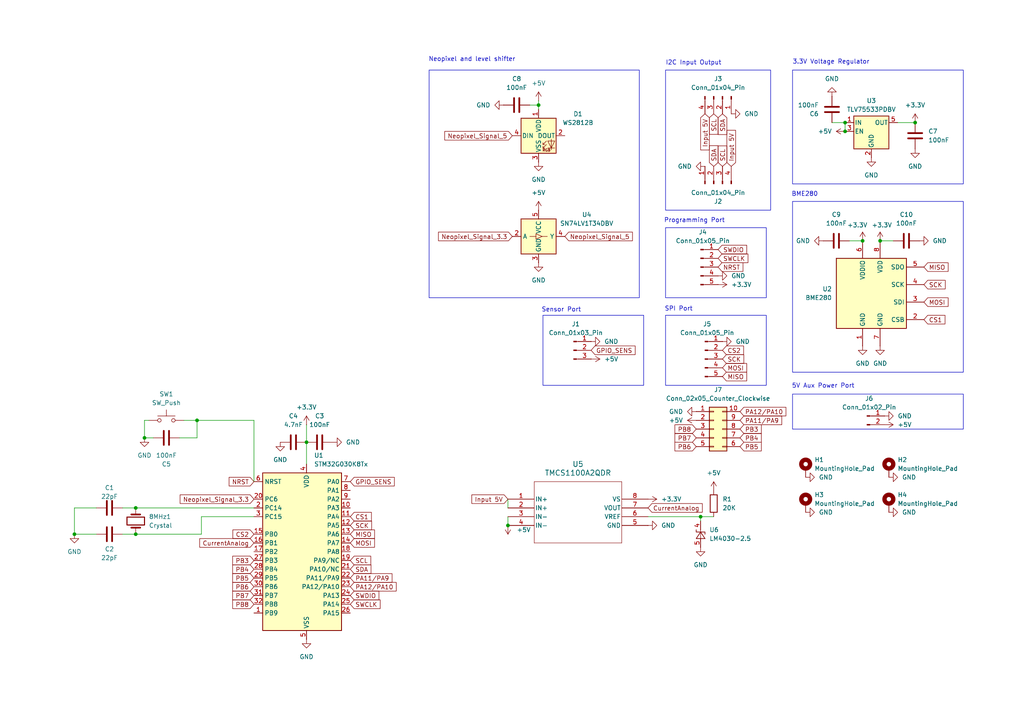
<source format=kicad_sch>
(kicad_sch (version 20250114) (generator "eeschema") (generator_version "9.0")
  (paper "A4")
  (lib_symbols
    (symbol "2024-10-24_21-10-15:TMCS1100A2QDR" (pin_names (offset 0.254))
      (property "Reference" "U" (at 20.32 10.16 0))
      (property "Value" "TMCS1100A2QDR" (at 20.32 7.62 0))
      (symbol "TMCS1100A2QDR_0_1"
        (polyline (pts (xy 7.62 5.08) (xy 7.62 -12.7)) (stroke (width 0.127)))
        (polyline (pts (xy 7.62 -12.7) (xy 33.02 -12.7)) (stroke (width 0.127)))
        (polyline (pts (xy 33.02 5.08) (xy 7.62 5.08)) (stroke (width 0.127)))
        (polyline (pts (xy 33.02 -12.7) (xy 33.02 5.08)) (stroke (width 0.127)))
        (pin input line (at 0 0 0) (length 7.62) (name "IN+") (number "1"))
        (pin input line (at 0 -2.54 0) (length 7.62) (name "IN+") (number "2"))
        (pin input line (at 0 -5.08 0) (length 7.62) (name "IN-") (number "3"))
        (pin input line (at 0 -7.62 0) (length 7.62) (name "IN-") (number "4"))
        (pin power_in line (at 40.64 0 180) (length 7.62) (name "VS") (number "8"))
        (pin output line (at 40.64 -2.54 180) (length 7.62) (name "VOUT") (number "7"))
        (pin power_in line (at 40.64 -5.08 180) (length 7.62) (name "VREF") (number "6"))
        (pin power_out line (at 40.64 -7.62 180) (length 7.62) (name "GND") (number "5"))
      )
    )
    (symbol "Connector:Conn_01x02_Pin" (pin_names (offset 1.016) (hide yes))
      (property "Reference" "J" (at 0 2.54 0))
      (property "Value" "Conn_01x02_Pin" (at 0 -5.08 0))
      (symbol "Conn_01x02_Pin_1_1"
        (rectangle (start 0.8636 0.127) (end 0 -0.127) (stroke (width 0.1524)) (fill (type outline)))
        (rectangle (start 0.8636 -2.413) (end 0 -2.667) (stroke (width 0.1524)) (fill (type outline)))
        (polyline (pts (xy 1.27 0) (xy 0.8636 0)) (stroke (width 0.1524)))
        (polyline (pts (xy 1.27 -2.54) (xy 0.8636 -2.54)) (stroke (width 0.1524)))
        (pin passive line (at 5.08 0 180) (length 3.81) (name "Pin_1") (number "1"))
        (pin passive line (at 5.08 -2.54 180) (length 3.81) (name "Pin_2") (number "2"))
      )
    )
    (symbol "Connector:Conn_01x03_Pin" (pin_names (offset 1.016) (hide yes))
      (property "Reference" "J" (at 0 5.08 0))
      (property "Value" "Conn_01x03_Pin" (at 0 -5.08 0))
      (symbol "Conn_01x03_Pin_1_1"
        (rectangle (start 0.8636 2.667) (end 0 2.413) (stroke (width 0.1524)) (fill (type outline)))
        (rectangle (start 0.8636 0.127) (end 0 -0.127) (stroke (width 0.1524)) (fill (type outline)))
        (rectangle (start 0.8636 -2.413) (end 0 -2.667) (stroke (width 0.1524)) (fill (type outline)))
        (polyline (pts (xy 1.27 2.54) (xy 0.8636 2.54)) (stroke (width 0.1524)))
        (polyline (pts (xy 1.27 0) (xy 0.8636 0)) (stroke (width 0.1524)))
        (polyline (pts (xy 1.27 -2.54) (xy 0.8636 -2.54)) (stroke (width 0.1524)))
        (pin passive line (at 5.08 2.54 180) (length 3.81) (name "Pin_1") (number "1"))
        (pin passive line (at 5.08 0 180) (length 3.81) (name "Pin_2") (number "2"))
        (pin passive line (at 5.08 -2.54 180) (length 3.81) (name "Pin_3") (number "3"))
      )
    )
    (symbol "Connector:Conn_01x04_Pin" (pin_names (offset 1.016) (hide yes))
      (property "Reference" "J" (at 0 5.08 0))
      (property "Value" "Conn_01x04_Pin" (at 0 -7.62 0))
      (symbol "Conn_01x04_Pin_1_1"
        (rectangle (start 0.8636 2.667) (end 0 2.413) (stroke (width 0.1524)) (fill (type outline)))
        (rectangle (start 0.8636 0.127) (end 0 -0.127) (stroke (width 0.1524)) (fill (type outline)))
        (rectangle (start 0.8636 -2.413) (end 0 -2.667) (stroke (width 0.1524)) (fill (type outline)))
        (rectangle (start 0.8636 -4.953) (end 0 -5.207) (stroke (width 0.1524)) (fill (type outline)))
        (polyline (pts (xy 1.27 2.54) (xy 0.8636 2.54)) (stroke (width 0.1524)))
        (polyline (pts (xy 1.27 0) (xy 0.8636 0)) (stroke (width 0.1524)))
        (polyline (pts (xy 1.27 -2.54) (xy 0.8636 -2.54)) (stroke (width 0.1524)))
        (polyline (pts (xy 1.27 -5.08) (xy 0.8636 -5.08)) (stroke (width 0.1524)))
        (pin passive line (at 5.08 2.54 180) (length 3.81) (name "Pin_1") (number "1"))
        (pin passive line (at 5.08 0 180) (length 3.81) (name "Pin_2") (number "2"))
        (pin passive line (at 5.08 -2.54 180) (length 3.81) (name "Pin_3") (number "3"))
        (pin passive line (at 5.08 -5.08 180) (length 3.81) (name "Pin_4") (number "4"))
      )
    )
    (symbol "Connector:Conn_01x05_Pin" (pin_names (offset 1.016) (hide yes))
      (property "Reference" "J" (at 0 7.62 0))
      (property "Value" "Conn_01x05_Pin" (at 0 -7.62 0))
      (symbol "Conn_01x05_Pin_1_1"
        (rectangle (start 0.8636 5.207) (end 0 4.953) (stroke (width 0.1524)) (fill (type outline)))
        (rectangle (start 0.8636 2.667) (end 0 2.413) (stroke (width 0.1524)) (fill (type outline)))
        (rectangle (start 0.8636 0.127) (end 0 -0.127) (stroke (width 0.1524)) (fill (type outline)))
        (rectangle (start 0.8636 -2.413) (end 0 -2.667) (stroke (width 0.1524)) (fill (type outline)))
        (rectangle (start 0.8636 -4.953) (end 0 -5.207) (stroke (width 0.1524)) (fill (type outline)))
        (polyline (pts (xy 1.27 5.08) (xy 0.8636 5.08)) (stroke (width 0.1524)))
        (polyline (pts (xy 1.27 2.54) (xy 0.8636 2.54)) (stroke (width 0.1524)))
        (polyline (pts (xy 1.27 0) (xy 0.8636 0)) (stroke (width 0.1524)))
        (polyline (pts (xy 1.27 -2.54) (xy 0.8636 -2.54)) (stroke (width 0.1524)))
        (polyline (pts (xy 1.27 -5.08) (xy 0.8636 -5.08)) (stroke (width 0.1524)))
        (pin passive line (at 5.08 5.08 180) (length 3.81) (name "Pin_1") (number "1"))
        (pin passive line (at 5.08 2.54 180) (length 3.81) (name "Pin_2") (number "2"))
        (pin passive line (at 5.08 0 180) (length 3.81) (name "Pin_3") (number "3"))
        (pin passive line (at 5.08 -2.54 180) (length 3.81) (name "Pin_4") (number "4"))
        (pin passive line (at 5.08 -5.08 180) (length 3.81) (name "Pin_5") (number "5"))
      )
    )
    (symbol "Connector_Generic:Conn_02x05_Counter_Clockwise" (pin_names (offset 1.016) (hide yes))
      (property "Reference" "J" (at 1.27 7.62 0))
      (property "Value" "Conn_02x05_Counter_Clockwise" (at 1.27 -7.62 0))
      (symbol "Conn_02x05_Counter_Clockwise_1_1"
        (rectangle (start -1.27 6.35) (end 3.81 -6.35) (stroke (width 0.254)) (fill (type background)))
        (rectangle (start -1.27 5.207) (end 0 4.953) (stroke (width 0.1524)))
        (rectangle (start -1.27 2.667) (end 0 2.413) (stroke (width 0.1524)))
        (rectangle (start -1.27 0.127) (end 0 -0.127) (stroke (width 0.1524)))
        (rectangle (start -1.27 -2.413) (end 0 -2.667) (stroke (width 0.1524)))
        (rectangle (start -1.27 -4.953) (end 0 -5.207) (stroke (width 0.1524)))
        (rectangle (start 3.81 5.207) (end 2.54 4.953) (stroke (width 0.1524)))
        (rectangle (start 3.81 2.667) (end 2.54 2.413) (stroke (width 0.1524)))
        (rectangle (start 3.81 0.127) (end 2.54 -0.127) (stroke (width 0.1524)))
        (rectangle (start 3.81 -2.413) (end 2.54 -2.667) (stroke (width 0.1524)))
        (rectangle (start 3.81 -4.953) (end 2.54 -5.207) (stroke (width 0.1524)))
        (pin passive line (at -5.08 5.08 0) (length 3.81) (name "Pin_1") (number "1"))
        (pin passive line (at -5.08 2.54 0) (length 3.81) (name "Pin_2") (number "2"))
        (pin passive line (at -5.08 0 0) (length 3.81) (name "Pin_3") (number "3"))
        (pin passive line (at -5.08 -2.54 0) (length 3.81) (name "Pin_4") (number "4"))
        (pin passive line (at -5.08 -5.08 0) (length 3.81) (name "Pin_5") (number "5"))
        (pin passive line (at 7.62 5.08 180) (length 3.81) (name "Pin_10") (number "10"))
        (pin passive line (at 7.62 2.54 180) (length 3.81) (name "Pin_9") (number "9"))
        (pin passive line (at 7.62 0 180) (length 3.81) (name "Pin_8") (number "8"))
        (pin passive line (at 7.62 -2.54 180) (length 3.81) (name "Pin_7") (number "7"))
        (pin passive line (at 7.62 -5.08 180) (length 3.81) (name "Pin_6") (number "6"))
      )
    )
    (symbol "Device:C" (pin_numbers (hide yes)) (pin_names (offset 0.254))
      (property "Reference" "C" (at 0.635 2.54 0))
      (property "Value" "C" (at 0.635 -2.54 0))
      (symbol "C_0_1"
        (polyline (pts (xy -2.032 0.762) (xy 2.032 0.762)) (stroke (width 0.508)))
        (polyline (pts (xy -2.032 -0.762) (xy 2.032 -0.762)) (stroke (width 0.508)))
      )
      (symbol "C_1_1"
        (pin passive line (at 0 3.81 270) (length 2.794) (name "~") (number "1"))
        (pin passive line (at 0 -3.81 90) (length 2.794) (name "~") (number "2"))
      )
    )
    (symbol "Device:Crystal" (pin_numbers (hide yes)) (pin_names (offset 1.016) (hide yes))
      (property "Reference" "Y" (at 0 3.81 0))
      (property "Value" "Crystal" (at 0 -3.81 0))
      (symbol "Crystal_0_1"
        (polyline (pts (xy -2.54 0) (xy -1.905 0)))
        (polyline (pts (xy -1.905 -1.27) (xy -1.905 1.27)) (stroke (width 0.508)))
        (rectangle (start -1.143 2.54) (end 1.143 -2.54) (stroke (width 0.3048)))
        (polyline (pts (xy 1.905 -1.27) (xy 1.905 1.27)) (stroke (width 0.508)))
        (polyline (pts (xy 2.54 0) (xy 1.905 0)))
      )
      (symbol "Crystal_1_1"
        (pin passive line (at -3.81 0 0) (length 1.27) (name "1") (number "1"))
        (pin passive line (at 3.81 0 180) (length 1.27) (name "2") (number "2"))
      )
    )
    (symbol "Device:R" (pin_numbers (hide yes)) (pin_names (offset 0))
      (property "Reference" "R" (at 2.032 0 90))
      (property "Value" "R" (at 0 0 90))
      (symbol "R_0_1"
        (rectangle (start -1.016 -2.54) (end 1.016 2.54) (stroke (width 0.254)))
      )
      (symbol "R_1_1"
        (pin passive line (at 0 3.81 270) (length 1.27) (name "~") (number "1"))
        (pin passive line (at 0 -3.81 90) (length 1.27) (name "~") (number "2"))
      )
    )
    (symbol "LED:WS2812B" (pin_names (offset 0.254))
      (property "Reference" "D" (at 5.08 5.715 0))
      (property "Value" "WS2812B" (at 1.27 -5.715 0))
      (symbol "WS2812B_0_0"
        (text "RGB" (at 2.286 -4.191 0) (effects (font (size 0.762 0.762))))
      )
      (symbol "WS2812B_0_1"
        (polyline (pts (xy 1.27 -2.54) (xy 1.778 -2.54)))
        (polyline (pts (xy 1.27 -3.556) (xy 1.778 -3.556)))
        (polyline (pts (xy 2.286 -1.524) (xy 1.27 -2.54) (xy 1.27 -2.032)))
        (polyline (pts (xy 2.286 -2.54) (xy 1.27 -3.556) (xy 1.27 -3.048)))
        (polyline (pts (xy 3.683 -1.016) (xy 3.683 -3.556) (xy 3.683 -4.064)))
        (polyline (pts (xy 4.699 -1.524) (xy 2.667 -1.524) (xy 3.683 -3.556) (xy 4.699 -1.524)))
        (polyline (pts (xy 4.699 -3.556) (xy 2.667 -3.556)))
        (rectangle (start 5.08 5.08) (end -5.08 -5.08) (stroke (width 0.254)) (fill (type background)))
      )
      (symbol "WS2812B_1_1"
        (pin input line (at -7.62 0 0) (length 2.54) (name "DIN") (number "4"))
        (pin power_in line (at 0 7.62 270) (length 2.54) (name "VDD") (number "1"))
        (pin power_in line (at 0 -7.62 90) (length 2.54) (name "VSS") (number "3"))
        (pin output line (at 7.62 0 180) (length 2.54) (name "DOUT") (number "2"))
      )
    )
    (symbol "Logic_LevelTranslator:SN74LV1T34DBV"
      (property "Reference" "U" (at 5.08 6.35 0))
      (property "Value" "SN74LV1T34DBV" (at 5.08 3.81 0))
      (symbol "SN74LV1T34DBV_0_1"
        (rectangle (start -5.08 5.08) (end 5.08 -5.08) (stroke (width 0.254)) (fill (type background)))
        (polyline (pts (xy -0.762 0) (xy -2.54 0)))
        (polyline (pts (xy 1.016 0) (xy 2.54 0)))
      )
      (symbol "SN74LV1T34DBV_1_1"
        (polyline (pts (xy -0.762 -0.762) (xy -0.762 0.762) (xy 1.016 0) (xy -0.762 -0.762)))
        (pin input line (at -7.62 0 0) (length 2.54) (name "A") (number "2"))
        (pin no_connect line (at -5.08 2.54 0) (length 2.54) (hide yes) (name "NC") (number "1"))
        (pin power_in line (at 0 7.62 270) (length 2.54) (name "VCC") (number "5"))
        (pin power_in line (at 0 -7.62 90) (length 2.54) (name "GND") (number "3"))
        (pin output line (at 7.62 0 180) (length 2.54) (name "Y") (number "4"))
      )
    )
    (symbol "MCU_ST_STM32G0:STM32G030K8Tx"
      (property "Reference" "U" (at -10.16 24.13 0))
      (property "Value" "STM32G030K8Tx" (at 5.08 24.13 0))
      (symbol "STM32G030K8Tx_0_1"
        (rectangle (start -10.16 -22.86) (end 12.7 22.86) (stroke (width 0.254)) (fill (type background)))
      )
      (symbol "STM32G030K8Tx_1_1"
        (pin input line (at -12.7 20.32 0) (length 2.54) (name "NRST") (number "6"))
        (pin bidirectional line (at -12.7 15.24 0) (length 2.54) (name "PC6") (number "20"))
        (pin bidirectional line (at -12.7 12.7 0) (length 2.54) (name "PC14") (number "2"))
        (pin bidirectional line (at -12.7 10.16 0) (length 2.54) (name "PC15") (number "3"))
        (pin bidirectional line (at -12.7 5.08 0) (length 2.54) (name "PB0") (number "15"))
        (pin bidirectional line (at -12.7 2.54 0) (length 2.54) (name "PB1") (number "16"))
        (pin bidirectional line (at -12.7 0 0) (length 2.54) (name "PB2") (number "17"))
        (pin bidirectional line (at -12.7 -2.54 0) (length 2.54) (name "PB3") (number "27"))
        (pin bidirectional line (at -12.7 -5.08 0) (length 2.54) (name "PB4") (number "28"))
        (pin bidirectional line (at -12.7 -7.62 0) (length 2.54) (name "PB5") (number "29"))
        (pin bidirectional line (at -12.7 -10.16 0) (length 2.54) (name "PB6") (number "30"))
        (pin bidirectional line (at -12.7 -12.7 0) (length 2.54) (name "PB7") (number "31"))
        (pin bidirectional line (at -12.7 -15.24 0) (length 2.54) (name "PB8") (number "32"))
        (pin bidirectional line (at -12.7 -17.78 0) (length 2.54) (name "PB9") (number "1"))
        (pin power_in line (at 2.54 25.4 270) (length 2.54) (name "VDD") (number "4"))
        (pin power_in line (at 2.54 -25.4 90) (length 2.54) (name "VSS") (number "5"))
        (pin bidirectional line (at 15.24 20.32 180) (length 2.54) (name "PA0") (number "7"))
        (pin bidirectional line (at 15.24 17.78 180) (length 2.54) (name "PA1") (number "8"))
        (pin bidirectional line (at 15.24 15.24 180) (length 2.54) (name "PA2") (number "9"))
        (pin bidirectional line (at 15.24 12.7 180) (length 2.54) (name "PA3") (number "10"))
        (pin bidirectional line (at 15.24 10.16 180) (length 2.54) (name "PA4") (number "11"))
        (pin bidirectional line (at 15.24 7.62 180) (length 2.54) (name "PA5") (number "12"))
        (pin bidirectional line (at 15.24 5.08 180) (length 2.54) (name "PA6") (number "13"))
        (pin bidirectional line (at 15.24 2.54 180) (length 2.54) (name "PA7") (number "14"))
        (pin bidirectional line (at 15.24 0 180) (length 2.54) (name "PA8") (number "18"))
        (pin bidirectional line (at 15.24 -2.54 180) (length 2.54) (name "PA9/NC") (number "19"))
        (pin bidirectional line (at 15.24 -5.08 180) (length 2.54) (name "PA10/NC") (number "21"))
        (pin bidirectional line (at 15.24 -7.62 180) (length 2.54) (name "PA11/PA9") (number "22"))
        (pin bidirectional line (at 15.24 -10.16 180) (length 2.54) (name "PA12/PA10") (number "23"))
        (pin bidirectional line (at 15.24 -12.7 180) (length 2.54) (name "PA13") (number "24"))
        (pin bidirectional line (at 15.24 -15.24 180) (length 2.54) (name "PA14") (number "25"))
        (pin bidirectional line (at 15.24 -17.78 180) (length 2.54) (name "PA15") (number "26"))
      )
    )
    (symbol "Mechanical:MountingHole_Pad" (pin_numbers (hide yes)) (pin_names (offset 1.016) (hide yes)) (exclude_from_sim yes) (in_bom no)
      (property "Reference" "H" (at 0 6.35 0))
      (property "Value" "MountingHole_Pad" (at 0 4.445 0))
      (symbol "MountingHole_Pad_0_1"
        (circle (center 0 1.27) (radius 1.27) (stroke (width 1.27)))
      )
      (symbol "MountingHole_Pad_1_1"
        (pin input line (at 0 -2.54 90) (length 2.54) (name "1") (number "1"))
      )
    )
    (symbol "Reference_Voltage:LM4030-2.5" (pin_names (offset 0.0254) (hide yes))
      (property "Reference" "U" (at 0 2.54 0))
      (property "Value" "LM4030-2.5" (at 0 -3.175 0))
      (symbol "LM4030-2.5_0_1"
        (polyline (pts (xy -1.27 0) (xy 0 0) (xy 1.27 0)))
        (polyline (pts (xy -1.27 -1.27) (xy 0.635 0) (xy -1.27 1.27) (xy -1.27 -1.27)) (stroke (width 0.2032)))
        (polyline (pts (xy 0 -1.27) (xy 0.635 -1.27) (xy 0.635 1.27) (xy 1.27 1.27)) (stroke (width 0.2032)))
      )
      (symbol "LM4030-2.5_1_1"
        (pin passive line (at -3.81 0 0) (length 2.54) (name "A") (number "5"))
        (pin passive line (at 3.81 0 180) (length 2.54) (name "K") (number "4"))
      )
    )
    (symbol "Regulator_Linear:TLV75533PDBV" (pin_names (offset 0.254))
      (property "Reference" "U" (at -3.81 5.715 0))
      (property "Value" "TLV75533PDBV" (at 0 5.715 0))
      (symbol "TLV75533PDBV_0_1"
        (rectangle (start -5.08 4.445) (end 5.08 -5.08) (stroke (width 0.254)) (fill (type background)))
      )
      (symbol "TLV75533PDBV_1_1"
        (pin power_in line (at -7.62 2.54 0) (length 2.54) (name "IN") (number "1"))
        (pin input line (at -7.62 0 0) (length 2.54) (name "EN") (number "3"))
        (pin power_in line (at 0 -7.62 90) (length 2.54) (name "GND") (number "2"))
        (pin no_connect line (at 5.08 0 180) (length 2.54) (hide yes) (name "NC") (number "4"))
        (pin power_out line (at 7.62 2.54 180) (length 2.54) (name "OUT") (number "5"))
      )
    )
    (symbol "Sensor:BME280"
      (property "Reference" "U" (at -8.89 11.43 0))
      (property "Value" "BME280" (at 7.62 11.43 0))
      (symbol "BME280_0_1"
        (rectangle (start -10.16 10.16) (end 10.16 -10.16) (stroke (width 0.254)) (fill (type background)))
      )
      (symbol "BME280_1_1"
        (pin power_in line (at -2.54 15.24 270) (length 5.08) (name "VDDIO") (number "6"))
        (pin power_in line (at -2.54 -15.24 90) (length 5.08) (name "GND") (number "1"))
        (pin power_in line (at 2.54 15.24 270) (length 5.08) (name "VDD") (number "8"))
        (pin power_in line (at 2.54 -15.24 90) (length 5.08) (name "GND") (number "7"))
        (pin bidirectional line (at 15.24 7.62 180) (length 5.08) (name "SDO") (number "5"))
        (pin input line (at 15.24 2.54 180) (length 5.08) (name "SCK") (number "4"))
        (pin bidirectional line (at 15.24 -2.54 180) (length 5.08) (name "SDI") (number "3"))
        (pin input line (at 15.24 -7.62 180) (length 5.08) (name "CSB") (number "2"))
      )
    )
    (symbol "Switch:SW_Push" (pin_numbers (hide yes)) (pin_names (offset 1.016) (hide yes))
      (property "Reference" "SW" (at 1.27 2.54 0))
      (property "Value" "SW_Push" (at 0 -1.524 0))
      (symbol "SW_Push_0_1"
        (circle (center -2.032 0) (radius 0.508))
        (polyline (pts (xy 0 1.27) (xy 0 3.048)))
        (circle (center 2.032 0) (radius 0.508))
        (polyline (pts (xy 2.54 1.27) (xy -2.54 1.27)))
        (pin passive line (at -5.08 0 0) (length 2.54) (name "1") (number "1"))
        (pin passive line (at 5.08 0 180) (length 2.54) (name "2") (number "2"))
      )
    )
    (symbol "power:+3.3V" (power) (pin_numbers (hide yes)) (pin_names (offset 0) (hide yes))
      (property "Value" "+3.3V" (at 0 3.556 0))
      (symbol "+3.3V_0_1"
        (polyline (pts (xy -0.762 1.27) (xy 0 2.54)))
        (polyline (pts (xy 0 2.54) (xy 0.762 1.27)))
        (polyline (pts (xy 0 0) (xy 0 2.54)))
      )
      (symbol "+3.3V_1_1"
        (pin power_in line (at 0 0 90) (length 0) (name "~") (number "1"))
      )
    )
    (symbol "power:+5V" (power) (pin_numbers (hide yes)) (pin_names (offset 0) (hide yes))
      (property "Value" "+5V" (at 0 3.556 0))
      (symbol "+5V_0_1"
        (polyline (pts (xy -0.762 1.27) (xy 0 2.54)))
        (polyline (pts (xy 0 2.54) (xy 0.762 1.27)))
        (polyline (pts (xy 0 0) (xy 0 2.54)))
      )
      (symbol "+5V_1_1"
        (pin power_in line (at 0 0 90) (length 0) (name "~") (number "1"))
      )
    )
    (symbol "power:GND" (power) (pin_numbers (hide yes)) (pin_names (offset 0) (hide yes))
      (property "Value" "GND" (at 0 -3.81 0))
      (symbol "GND_0_1"
        (polyline (pts (xy 0 0) (xy 0 -1.27) (xy 1.27 -1.27) (xy 0 -2.54) (xy -1.27 -1.27) (xy 0 -1.27)))
      )
      (symbol "GND_1_1"
        (pin power_in line (at 0 0 270) (length 0) (name "~") (number "1"))
      )
    )
  )
  (rectangle (start 229.87 58.42) (end 279.4 107.95))
  (rectangle (start 229.87 114.3) (end 279.4 124.46))
  (rectangle (start 229.87 20.32) (end 279.4 53.34))
  (rectangle (start 193.04 66.04) (end 222.25 86.36))
  (rectangle (start 193.04 20.32) (end 223.52 60.96))
  (rectangle (start 124.46 20.32) (end 185.42 86.36))
  (rectangle (start 157.48 91.44) (end 186.69 111.76))
  (rectangle (start 193.04 91.44) (end 222.25 111.76))
  (text "Programming Port" (at 201.422 64.008 0) (effects (font (size 1.27 1.27))))
  (text "Sensor Port" (at 162.814 89.916 0) (effects (font (size 1.27 1.27))))
  (text "Neopixel and level shifter" (at 136.906 17.272 0) (effects (font (size 1.27 1.27))))
  (text "5V Aux Power Port\n" (at 238.76 112.014 0) (effects (font (size 1.27 1.27))))
  (text "I2C Input Output" (at 201.168 18.288 0) (effects (font (size 1.27 1.27))))
  (text "SPI Port" (at 196.85 89.662 0) (effects (font (size 1.27 1.27))))
  (text "3.3V Voltage Regulator" (at 241.046 18.034 0) (effects (font (size 1.27 1.27))))
  (text "BME280" (at 233.426 56.388 0) (effects (font (size 1.27 1.27))))
  (junction (at 39.37 147.32))
  (junction (at 39.37 154.94))
  (junction (at 245.11 38.1))
  (junction (at 203.2 149.86))
  (junction (at 156.21 30.48))
  (junction (at 57.15 121.92))
  (junction (at 21.59 154.94))
  (junction (at 250.19 69.85))
  (junction (at 147.32 152.4))
  (junction (at 88.9 128.27))
  (junction (at 265.43 35.56))
  (junction (at 255.27 69.85))
  (junction (at 245.11 35.56))
  (junction (at 41.91 127))
  (wire (pts (xy 41.91 121.92) (xy 43.18 121.92)))
  (wire (pts (xy 153.67 30.48) (xy 156.21 30.48)))
  (wire (pts (xy 265.43 35.56) (xy 260.35 35.56)))
  (wire (pts (xy 35.56 154.94) (xy 39.37 154.94)))
  (wire (pts (xy 52.07 127) (xy 57.15 127)))
  (wire (pts (xy 44.45 127) (xy 41.91 127)))
  (wire (pts (xy 203.2 151.13) (xy 203.2 149.86)))
  (wire (pts (xy 73.66 121.92) (xy 73.66 139.7)))
  (wire (pts (xy 147.32 149.86) (xy 147.32 152.4)))
  (wire (pts (xy 41.91 121.92) (xy 41.91 127)))
  (wire (pts (xy 156.21 29.21) (xy 156.21 30.48)))
  (wire (pts (xy 39.37 154.94) (xy 58.42 154.94)))
  (wire (pts (xy 187.96 149.86) (xy 203.2 149.86)))
  (wire (pts (xy 58.42 149.86) (xy 73.66 149.86)))
  (wire (pts (xy 207.01 149.86) (xy 203.2 149.86)))
  (wire (pts (xy 27.94 147.32) (xy 21.59 147.32)))
  (wire (pts (xy 53.34 121.92) (xy 57.15 121.92)))
  (wire (pts (xy 88.9 123.19) (xy 88.9 128.27)))
  (wire (pts (xy 39.37 147.32) (xy 35.56 147.32)))
  (wire (pts (xy 88.9 128.27) (xy 88.9 134.62)))
  (wire (pts (xy 58.42 149.86) (xy 58.42 154.94)))
  (wire (pts (xy 57.15 121.92) (xy 73.66 121.92)))
  (wire (pts (xy 21.59 154.94) (xy 27.94 154.94)))
  (wire (pts (xy 57.15 127) (xy 57.15 121.92)))
  (wire (pts (xy 147.32 144.78) (xy 147.32 147.32)))
  (wire (pts (xy 156.21 30.48) (xy 156.21 31.75)))
  (wire (pts (xy 241.3 35.56) (xy 245.11 35.56)))
  (wire (pts (xy 245.11 35.56) (xy 245.11 38.1)))
  (wire (pts (xy 39.37 147.32) (xy 73.66 147.32)))
  (wire (pts (xy 21.59 147.32) (xy 21.59 154.94)))
  (wire (pts (xy 246.38 69.85) (xy 250.19 69.85)))
  (wire (pts (xy 259.08 69.85) (xy 255.27 69.85)))
  (global_label "PB4" (shape input) (at 214.63 127 0) (property "Intersheetrefs" "${INTERSHEET_REFS}" (effects (hide yes))))
  (global_label "MOSI" (shape input) (at 267.97 87.63 0) (property "Intersheetrefs" "${INTERSHEET_REFS}" (effects (hide yes))))
  (global_label "SCK" (shape input) (at 209.55 104.14 0) (property "Intersheetrefs" "${INTERSHEET_REFS}" (effects (hide yes))))
  (global_label "PA12{slash}PA10" (shape input) (at 101.6 170.18 0) (property "Intersheetrefs" "${INTERSHEET_REFS}" (effects (hide yes))))
  (global_label "SCK" (shape input) (at 101.6 152.4 0) (property "Intersheetrefs" "${INTERSHEET_REFS}" (effects (hide yes))))
  (global_label "SDA" (shape input) (at 207.01 48.26 90) (property "Intersheetrefs" "${INTERSHEET_REFS}" (effects (hide yes))))
  (global_label "Input 5V" (shape input) (at 147.32 144.78 180) (property "Intersheetrefs" "${INTERSHEET_REFS}" (effects (hide yes))))
  (global_label "PB5" (shape input) (at 73.66 167.64 180) (property "Intersheetrefs" "${INTERSHEET_REFS}" (effects (hide yes))))
  (global_label "Input 5V" (shape input) (at 212.09 48.26 90) (property "Intersheetrefs" "${INTERSHEET_REFS}" (effects (hide yes))))
  (global_label "SDA" (shape input) (at 209.55 33.02 270) (property "Intersheetrefs" "${INTERSHEET_REFS}" (effects (hide yes))))
  (global_label "SWCLK" (shape input) (at 208.28 74.93 0) (property "Intersheetrefs" "${INTERSHEET_REFS}" (effects (hide yes))))
  (global_label "CurrentAnalog" (shape input) (at 187.96 147.32 0) (property "Intersheetrefs" "${INTERSHEET_REFS}" (effects (hide yes))))
  (global_label "SWDIO" (shape input) (at 208.28 72.39 0) (property "Intersheetrefs" "${INTERSHEET_REFS}" (effects (hide yes))))
  (global_label "Neopixel_Signal_3.3" (shape input) (at 148.59 68.58 180) (property "Intersheetrefs" "${INTERSHEET_REFS}" (effects (hide yes))))
  (global_label "PB3" (shape input) (at 73.66 162.56 180) (property "Intersheetrefs" "${INTERSHEET_REFS}" (effects (hide yes))))
  (global_label "PA11{slash}PA9" (shape input) (at 101.6 167.64 0) (property "Intersheetrefs" "${INTERSHEET_REFS}" (effects (hide yes))))
  (global_label "SCL" (shape input) (at 209.55 48.26 90) (property "Intersheetrefs" "${INTERSHEET_REFS}" (effects (hide yes))))
  (global_label "MOSI" (shape input) (at 101.6 157.48 0) (property "Intersheetrefs" "${INTERSHEET_REFS}" (effects (hide yes))))
  (global_label "MISO" (shape input) (at 209.55 109.22 0) (property "Intersheetrefs" "${INTERSHEET_REFS}" (effects (hide yes))))
  (global_label "Neopixel_Signal_3.3" (shape input) (at 73.66 144.78 180) (property "Intersheetrefs" "${INTERSHEET_REFS}" (effects (hide yes))))
  (global_label "SCL" (shape input) (at 101.6 162.56 0) (property "Intersheetrefs" "${INTERSHEET_REFS}" (effects (hide yes))))
  (global_label "PB4" (shape input) (at 73.66 165.1 180) (property "Intersheetrefs" "${INTERSHEET_REFS}" (effects (hide yes))))
  (global_label "Neopixel_Signal_5" (shape input) (at 148.59 39.37 180) (property "Intersheetrefs" "${INTERSHEET_REFS}" (effects (hide yes))))
  (global_label "NRST" (shape input) (at 73.66 139.7 180) (property "Intersheetrefs" "${INTERSHEET_REFS}" (effects (hide yes))))
  (global_label "Neopixel_Signal_5" (shape input) (at 163.83 68.58 0) (property "Intersheetrefs" "${INTERSHEET_REFS}" (effects (hide yes))))
  (global_label "PB6" (shape input) (at 201.93 129.54 180) (property "Intersheetrefs" "${INTERSHEET_REFS}" (effects (hide yes))))
  (global_label "PA12{slash}PA10" (shape input) (at 214.63 119.38 0) (property "Intersheetrefs" "${INTERSHEET_REFS}" (effects (hide yes))))
  (global_label "PB8" (shape input) (at 73.66 175.26 180) (property "Intersheetrefs" "${INTERSHEET_REFS}" (effects (hide yes))))
  (global_label "CS1" (shape input) (at 267.97 92.71 0) (property "Intersheetrefs" "${INTERSHEET_REFS}" (effects (hide yes))))
  (global_label "PB7" (shape input) (at 201.93 127 180) (property "Intersheetrefs" "${INTERSHEET_REFS}" (effects (hide yes))))
  (global_label "SDA" (shape input) (at 101.6 165.1 0) (property "Intersheetrefs" "${INTERSHEET_REFS}" (effects (hide yes))))
  (global_label "Input 5V" (shape input) (at 204.47 33.02 270) (property "Intersheetrefs" "${INTERSHEET_REFS}" (effects (hide yes))))
  (global_label "MISO" (shape input) (at 101.6 154.94 0) (property "Intersheetrefs" "${INTERSHEET_REFS}" (effects (hide yes))))
  (global_label "SWCLK" (shape input) (at 101.6 175.26 0) (property "Intersheetrefs" "${INTERSHEET_REFS}" (effects (hide yes))))
  (global_label "CS2" (shape input) (at 73.66 154.94 180) (property "Intersheetrefs" "${INTERSHEET_REFS}" (effects (hide yes))))
  (global_label "SWDIO" (shape input) (at 101.6 172.72 0) (property "Intersheetrefs" "${INTERSHEET_REFS}" (effects (hide yes))))
  (global_label "PB5" (shape input) (at 214.63 129.54 0) (property "Intersheetrefs" "${INTERSHEET_REFS}" (effects (hide yes))))
  (global_label "MISO" (shape input) (at 267.97 77.47 0) (property "Intersheetrefs" "${INTERSHEET_REFS}" (effects (hide yes))))
  (global_label "PB6" (shape input) (at 73.66 170.18 180) (property "Intersheetrefs" "${INTERSHEET_REFS}" (effects (hide yes))))
  (global_label "GPIO_SENS" (shape input) (at 171.45 101.6 0) (property "Intersheetrefs" "${INTERSHEET_REFS}" (effects (hide yes))))
  (global_label "GPIO_SENS" (shape input) (at 101.6 139.7 0) (property "Intersheetrefs" "${INTERSHEET_REFS}" (effects (hide yes))))
  (global_label "CS2" (shape input) (at 209.55 101.6 0) (property "Intersheetrefs" "${INTERSHEET_REFS}" (effects (hide yes))))
  (global_label "NRST" (shape input) (at 208.28 77.47 0) (property "Intersheetrefs" "${INTERSHEET_REFS}" (effects (hide yes))))
  (global_label "PA11{slash}PA9" (shape input) (at 214.63 121.92 0) (property "Intersheetrefs" "${INTERSHEET_REFS}" (effects (hide yes))))
  (global_label "MOSI" (shape input) (at 209.55 106.68 0) (property "Intersheetrefs" "${INTERSHEET_REFS}" (effects (hide yes))))
  (global_label "CS1" (shape input) (at 101.6 149.86 0) (property "Intersheetrefs" "${INTERSHEET_REFS}" (effects (hide yes))))
  (global_label "SCK" (shape input) (at 267.97 82.55 0) (property "Intersheetrefs" "${INTERSHEET_REFS}" (effects (hide yes))))
  (global_label "PB3" (shape input) (at 214.63 124.46 0) (property "Intersheetrefs" "${INTERSHEET_REFS}" (effects (hide yes))))
  (global_label "PB8" (shape input) (at 201.93 124.46 180) (property "Intersheetrefs" "${INTERSHEET_REFS}" (effects (hide yes))))
  (global_label "CurrentAnalog" (shape input) (at 73.66 157.48 180) (property "Intersheetrefs" "${INTERSHEET_REFS}" (effects (hide yes))))
  (global_label "PB7" (shape input) (at 73.66 172.72 180) (property "Intersheetrefs" "${INTERSHEET_REFS}" (effects (hide yes))))
  (global_label "SCL" (shape input) (at 207.01 33.02 270) (property "Intersheetrefs" "${INTERSHEET_REFS}" (effects (hide yes))))
  (symbol (lib_id "power:GND") (at 41.91 127 0) (unit 1)
    (property "Reference" "#PWR04" (effects (hide yes)))
    (property "Value" "GND" (at 41.91 132.08 0))
    (property "Description" "Power symbol creates a global label with name \"GND\" , ground" (effects (hide yes)))
  )
  (symbol (lib_id "power:+3.3V") (at 88.9 123.19 0) (unit 1)
    (property "Reference" "#PWR01" (effects (hide yes)))
    (property "Value" "+3.3V" (at 88.9 118.11 0))
    (property "Description" "Power symbol creates a global label with name \"+3.3V\"" (effects (hide yes)))
  )
  (symbol (lib_id "Device:C") (at 265.43 39.37 0) (unit 1)
    (property "Reference" "C7" (at 269.24 38.0999 0) (effects (justify left)))
    (property "Value" "100nF" (at 269.24 40.6399 0) (effects (justify left)))
    (property "Footprint" "Capacitor_SMD:C_0603_1608Metric_Pad1.08x0.95mm_HandSolder" (effects (hide yes)))
    (property "Description" "Unpolarized capacitor" (effects (hide yes)))
  )
  (symbol (lib_id "power:GND") (at 156.21 76.2 0) (unit 1)
    (property "Reference" "#PWR019" (effects (hide yes)))
    (property "Value" "GND" (at 156.21 81.28 0))
    (property "Description" "Power symbol creates a global label with name \"GND\" , ground" (effects (hide yes)))
  )
  (symbol (lib_id "power:GND") (at 252.73 45.72 0) (unit 1)
    (property "Reference" "#PWR09" (effects (hide yes)))
    (property "Value" "GND" (at 252.73 50.8 0))
    (property "Description" "Power symbol creates a global label with name \"GND\" , ground" (effects (hide yes)))
  )
  (symbol (lib_id "Device:C") (at 48.26 127 90) (mirror x) (unit 1)
    (property "Reference" "C5" (at 48.26 134.62 90))
    (property "Value" "100nF" (at 48.26 132.08 90))
    (property "Footprint" "Capacitor_SMD:C_0603_1608Metric_Pad1.08x0.95mm_HandSolder" (effects (hide yes)))
    (property "Description" "Unpolarized capacitor" (effects (hide yes)))
  )
  (symbol (lib_id "power:+3.3V") (at 265.43 35.56 0) (unit 1)
    (property "Reference" "#PWR015" (effects (hide yes)))
    (property "Value" "+3.3V" (at 265.43 30.48 0))
    (property "Description" "Power symbol creates a global label with name \"+3.3V\"" (effects (hide yes)))
  )
  (symbol (lib_id "power:GND") (at 156.21 46.99 0) (unit 1)
    (property "Reference" "#PWR017" (effects (hide yes)))
    (property "Value" "GND" (at 156.21 52.07 0))
    (property "Description" "Power symbol creates a global label with name \"GND\" , ground" (effects (hide yes)))
  )
  (symbol (lib_id "power:GND") (at 241.3 27.94 180) (unit 1)
    (property "Reference" "#PWR011" (effects (hide yes)))
    (property "Value" "GND" (at 241.3 22.86 0))
    (property "Description" "Power symbol creates a global label with name \"GND\" , ground" (effects (hide yes)))
  )
  (symbol (lib_id "power:+5V") (at 201.93 121.92 90) (unit 1)
    (property "Reference" "#PWR034" (effects (hide yes)))
    (property "Value" "+5V" (at 198.12 121.9199 90) (effects (justify left)))
    (property "Description" "Power symbol creates a global label with name \"+5V\"" (effects (hide yes)))
  )
  (symbol (lib_id "Connector:Conn_01x02_Pin") (at 251.46 120.65 0) (unit 1)
    (property "Reference" "J6" (at 252.095 115.57 0))
    (property "Value" "Conn_01x02_Pin" (at 252.095 118.11 0))
    (property "Footprint" "Connector_JST:JST_XH_B2B-XH-AM_1x02_P2.50mm_Vertical" (effects (hide yes)))
    (property "Description" "Generic connector, single row, 01x02, script generated" (effects (hide yes)))
  )
  (symbol (lib_id "Device:C") (at 92.71 128.27 90) (unit 1)
    (property "Reference" "C3" (at 92.71 120.65 90))
    (property "Value" "100nF" (at 92.71 123.19 90))
    (property "Footprint" "Capacitor_SMD:C_0603_1608Metric_Pad1.08x0.95mm_HandSolder" (effects (hide yes)))
    (property "Description" "Unpolarized capacitor" (effects (hide yes)))
  )
  (symbol (lib_id "power:GND") (at 203.2 158.75 0) (unit 1)
    (property "Reference" "#PWR038" (effects (hide yes)))
    (property "Value" "GND" (at 203.2 163.83 0))
    (property "Description" "Power symbol creates a global label with name \"GND\" , ground" (effects (hide yes)))
  )
  (symbol (lib_id "power:+5V") (at 156.21 60.96 0) (unit 1)
    (property "Reference" "#PWR020" (effects (hide yes)))
    (property "Value" "+5V" (at 156.21 55.88 0))
    (property "Description" "Power symbol creates a global label with name \"+5V\"" (effects (hide yes)))
  )
  (symbol (lib_id "Sensor:BME280") (at 252.73 85.09 0) (unit 1)
    (property "Reference" "U2" (at 241.3 83.8199 0) (effects (justify right)))
    (property "Value" "BME280" (at 241.3 86.3599 0) (effects (justify right)))
    (property "Footprint" "Package_LGA:Bosch_LGA-8_2.5x2.5mm_P0.65mm_ClockwisePinNumbering" (effects (hide yes)))
    (property "Datasheet" "https://www.bosch-sensortec.com/media/boschsensortec/downloads/datasheets/bst-bme280-ds002.pdf" (effects (hide yes)))
    (property "Description" "3-in-1 sensor, humidity, pressure, temperature, I2C and SPI interface, 1.71-3.6V, LGA-8" (effects (hide yes)))
  )
  (symbol (lib_id "Regulator_Linear:TLV75533PDBV") (at 252.73 38.1 0) (unit 1)
    (property "Reference" "U3" (at 252.73 29.21 0))
    (property "Value" "TLV75533PDBV" (at 252.73 31.75 0))
    (property "Footprint" "Package_TO_SOT_SMD:SOT-23-5" (effects (hide yes)))
    (property "Datasheet" "http://www.ti.com/lit/ds/symlink/tlv755p.pdf" (effects (hide yes)))
    (property "Description" "500mA Low Dropout Voltage Regulator, Fixed Output 3.3V, SOT-23-5" (effects (hide yes)))
  )
  (symbol (lib_id "power:GND") (at 212.09 33.02 90) (unit 1)
    (property "Reference" "#PWR05" (effects (hide yes)))
    (property "Value" "GND" (at 215.9 33.0199 90) (effects (justify right)))
    (property "Description" "Power symbol creates a global label with name \"GND\" , ground" (effects (hide yes)))
  )
  (symbol (lib_id "power:+5V") (at 256.54 123.19 270) (unit 1)
    (property "Reference" "#PWR033" (effects (hide yes)))
    (property "Value" "+5V" (at 260.35 123.1899 90) (effects (justify left)))
    (property "Description" "Power symbol creates a global label with name \"+5V\"" (effects (hide yes)))
  )
  (symbol (lib_id "power:GND") (at 209.55 99.06 90) (unit 1)
    (property "Reference" "#PWR029" (effects (hide yes)))
    (property "Value" "GND" (at 213.36 99.0599 90) (effects (justify right)))
    (property "Description" "Power symbol creates a global label with name \"GND\" , ground" (effects (hide yes)))
  )
  (symbol (lib_id "Switch:SW_Push") (at 48.26 121.92 0) (unit 1)
    (property "Reference" "SW1" (at 48.26 114.3 0))
    (property "Value" "SW_Push" (at 48.26 116.84 0))
    (property "Footprint" "Button_Switch_SMD:SW_SPST_PTS810" (effects (hide yes)))
    (property "Description" "Push button switch, generic, two pins" (effects (hide yes)))
  )
  (symbol (lib_id "power:GND") (at 146.05 30.48 270) (unit 1)
    (property "Reference" "#PWR018" (effects (hide yes)))
    (property "Value" "GND" (at 142.24 30.4799 90) (effects (justify right)))
    (property "Description" "Power symbol creates a global label with name \"GND\" , ground" (effects (hide yes)))
  )
  (symbol (lib_id "Device:C") (at 31.75 154.94 90) (unit 1)
    (property "Reference" "C2" (at 31.75 159.258 90))
    (property "Value" "22pF" (at 31.75 161.798 90))
    (property "Footprint" "Capacitor_SMD:C_0603_1608Metric_Pad1.08x0.95mm_HandSolder" (effects (hide yes)))
    (property "Description" "Unpolarized capacitor" (effects (hide yes)))
  )
  (symbol (lib_id "power:+5V") (at 245.11 38.1 90) (unit 1)
    (property "Reference" "#PWR014" (effects (hide yes)))
    (property "Value" "+5V" (at 241.3 38.0999 90) (effects (justify left)))
    (property "Description" "Power symbol creates a global label with name \"+5V\"" (effects (hide yes)))
  )
  (symbol (lib_id "power:GND") (at 96.52 128.27 90) (unit 1)
    (property "Reference" "#PWR06" (effects (hide yes)))
    (property "Value" "GND" (at 100.33 128.2699 90) (effects (justify right)))
    (property "Description" "Power symbol creates a global label with name \"GND\" , ground" (effects (hide yes)))
  )
  (symbol (lib_id "Device:C") (at 242.57 69.85 270) (unit 1)
    (property "Reference" "C9" (at 242.57 62.23 90))
    (property "Value" "100nF" (at 242.57 64.77 90))
    (property "Footprint" "Capacitor_SMD:C_0603_1608Metric_Pad1.08x0.95mm_HandSolder" (effects (hide yes)))
    (property "Description" "Unpolarized capacitor" (effects (hide yes)))
  )
  (symbol (lib_id "Mechanical:MountingHole_Pad") (at 257.81 135.89 0) (unit 1) (exclude_from_sim yes) (in_bom no)
    (property "Reference" "H2" (at 260.35 133.3499 0) (effects (justify left)))
    (property "Value" "MountingHole_Pad" (at 260.35 135.8899 0) (effects (justify left)))
    (property "Footprint" "MountingHole:MountingHole_3.2mm_M3_DIN965_Pad" (effects (hide yes)))
    (property "Description" "Mounting Hole with connection" (effects (hide yes)))
  )
  (symbol (lib_id "Device:C") (at 85.09 128.27 90) (unit 1)
    (property "Reference" "C4" (at 85.09 120.65 90))
    (property "Value" "4.7nF" (at 85.09 123.19 90))
    (property "Footprint" "Capacitor_SMD:C_0603_1608Metric_Pad1.08x0.95mm_HandSolder" (effects (hide yes)))
    (property "Description" "Unpolarized capacitor" (effects (hide yes)))
  )
  (symbol (lib_id "power:GND") (at 204.47 48.26 270) (unit 1)
    (property "Reference" "#PWR08" (effects (hide yes)))
    (property "Value" "GND" (at 200.66 48.2599 90) (effects (justify right)))
    (property "Description" "Power symbol creates a global label with name \"GND\" , ground" (effects (hide yes)))
  )
  (symbol (lib_id "Connector_Generic:Conn_02x05_Counter_Clockwise") (at 207.01 124.46 0) (unit 1)
    (property "Reference" "J7" (at 208.28 113.03 0))
    (property "Value" "Conn_02x05_Counter_Clockwise" (at 208.28 115.57 0))
    (property "Footprint" "Connector_PinHeader_2.54mm:PinHeader_2x05_P2.54mm_Vertical" (effects (hide yes)))
    (property "Description" "Generic connector, double row, 02x05, counter clockwise pin numbering scheme (similar to DIP package numbering), script generated (kicad-library-utils/schlib/autogen/connector/)" (effects (hide yes)))
  )
  (symbol (lib_id "Mechanical:MountingHole_Pad") (at 233.68 135.89 0) (unit 1) (exclude_from_sim yes) (in_bom no)
    (property "Reference" "H1" (at 236.22 133.3499 0) (effects (justify left)))
    (property "Value" "MountingHole_Pad" (at 236.22 135.8899 0) (effects (justify left)))
    (property "Footprint" "MountingHole:MountingHole_3.2mm_M3_DIN965_Pad" (effects (hide yes)))
    (property "Description" "Mounting Hole with connection" (effects (hide yes)))
  )
  (symbol (lib_id "power:+5V") (at 147.32 152.4 180) (unit 1)
    (property "Reference" "#PWR013" (effects (hide yes)))
    (property "Value" "+5V" (at 149.86 153.6699 0) (effects (justify right)))
    (property "Description" "Power symbol creates a global label with name \"+5V\"" (effects (hide yes)))
  )
  (symbol (lib_id "Device:C") (at 31.75 147.32 90) (unit 1)
    (property "Reference" "C1" (at 31.75 141.478 90))
    (property "Value" "22pF" (at 31.75 144.018 90))
    (property "Footprint" "Capacitor_SMD:C_0603_1608Metric_Pad1.08x0.95mm_HandSolder" (effects (hide yes)))
    (property "Description" "Unpolarized capacitor" (effects (hide yes)))
  )
  (symbol (lib_id "power:+5V") (at 207.01 142.24 0) (unit 1)
    (property "Reference" "#PWR039" (effects (hide yes)))
    (property "Value" "+5V" (at 207.01 137.16 0))
    (property "Description" "Power symbol creates a global label with name \"+5V\"" (effects (hide yes)))
  )
  (symbol (lib_id "power:+3.3V") (at 250.19 69.85 0) (unit 1)
    (property "Reference" "#PWR023" (effects (hide yes)))
    (property "Value" "+3.3V" (at 248.666 65.278 0))
    (property "Description" "Power symbol creates a global label with name \"+3.3V\"" (effects (hide yes)))
  )
  (symbol (lib_id "power:GND") (at 233.68 148.59 90) (unit 1)
    (property "Reference" "#PWR043" (effects (hide yes)))
    (property "Value" "GND" (at 237.49 148.5899 90) (effects (justify right)))
    (property "Description" "Power symbol creates a global label with name \"GND\" , ground" (effects (hide yes)))
  )
  (symbol (lib_id "power:GND") (at 250.19 100.33 0) (unit 1)
    (property "Reference" "#PWR021" (effects (hide yes)))
    (property "Value" "GND" (at 250.19 105.41 0))
    (property "Description" "Power symbol creates a global label with name \"GND\" , ground" (effects (hide yes)))
  )
  (symbol (lib_id "power:GND") (at 171.45 99.06 90) (unit 1)
    (property "Reference" "#PWR030" (effects (hide yes)))
    (property "Value" "GND" (at 175.26 99.0599 90) (effects (justify right)))
    (property "Description" "Power symbol creates a global label with name \"GND\" , ground" (effects (hide yes)))
  )
  (symbol (lib_id "power:GND") (at 233.68 138.43 90) (unit 1)
    (property "Reference" "#PWR040" (effects (hide yes)))
    (property "Value" "GND" (at 237.49 138.4299 90) (effects (justify right)))
    (property "Description" "Power symbol creates a global label with name \"GND\" , ground" (effects (hide yes)))
  )
  (symbol (lib_id "Mechanical:MountingHole_Pad") (at 257.81 146.05 0) (unit 1) (exclude_from_sim yes) (in_bom no)
    (property "Reference" "H4" (at 260.35 143.5099 0) (effects (justify left)))
    (property "Value" "MountingHole_Pad" (at 260.35 146.0499 0) (effects (justify left)))
    (property "Footprint" "MountingHole:MountingHole_3.2mm_M3_DIN965_Pad" (effects (hide yes)))
    (property "Description" "Mounting Hole with connection" (effects (hide yes)))
  )
  (symbol (lib_id "power:+3.3V") (at 255.27 69.85 0) (unit 1)
    (property "Reference" "#PWR024" (effects (hide yes)))
    (property "Value" "+3.3V" (at 255.778 65.278 0))
    (property "Description" "Power symbol creates a global label with name \"+3.3V\"" (effects (hide yes)))
  )
  (symbol (lib_id "Connector:Conn_01x03_Pin") (at 166.37 101.6 0) (unit 1)
    (property "Reference" "J1" (at 167.005 93.98 0))
    (property "Value" "Conn_01x03_Pin" (at 167.005 96.52 0))
    (property "Footprint" "Connector_JST:JST_XH_B3B-XH-AM_1x03_P2.50mm_Vertical" (effects (hide yes)))
    (property "Description" "Generic connector, single row, 01x03, script generated" (effects (hide yes)))
  )
  (symbol (lib_id "LED:WS2812B") (at 156.21 39.37 0) (unit 1)
    (property "Reference" "D1" (at 167.64 33.0514 0))
    (property "Value" "WS2812B" (at 167.64 35.5914 0))
    (property "Footprint" "LED_SMD:LED_WS2812B_PLCC4_5.0x5.0mm_P3.2mm" (effects (hide yes)))
    (property "Datasheet" "https://cdn-shop.adafruit.com/datasheets/WS2812B.pdf" (effects (hide yes)))
    (property "Description" "RGB LED with integrated controller" (effects (hide yes)))
  )
  (symbol (lib_id "power:GND") (at 257.81 148.59 90) (unit 1)
    (property "Reference" "#PWR042" (effects (hide yes)))
    (property "Value" "GND" (at 261.62 148.5899 90) (effects (justify right)))
    (property "Description" "Power symbol creates a global label with name \"GND\" , ground" (effects (hide yes)))
  )
  (symbol (lib_id "power:GND") (at 266.7 69.85 90) (unit 1)
    (property "Reference" "#PWR026" (effects (hide yes)))
    (property "Value" "GND" (at 270.51 69.8499 90) (effects (justify right)))
    (property "Description" "Power symbol creates a global label with name \"GND\" , ground" (effects (hide yes)))
  )
  (symbol (lib_id "Device:Crystal") (at 39.37 151.13 90) (unit 1)
    (property "Reference" "8MHz1" (at 43.18 149.8599 90) (effects (justify right)))
    (property "Value" "Crystal" (at 43.18 152.3999 90) (effects (justify right)))
    (property "Footprint" "Crystal:Crystal_HC49-U_Vertical" (effects (hide yes)))
    (property "Description" "Two pin crystal" (effects (hide yes)))
  )
  (symbol (lib_id "power:GND") (at 257.81 138.43 90) (unit 1)
    (property "Reference" "#PWR041" (effects (hide yes)))
    (property "Value" "GND" (at 261.62 138.4299 90) (effects (justify right)))
    (property "Description" "Power symbol creates a global label with name \"GND\" , ground" (effects (hide yes)))
  )
  (symbol (lib_id "Logic_LevelTranslator:SN74LV1T34DBV") (at 156.21 68.58 0) (unit 1)
    (property "Reference" "U4" (at 170.18 62.2614 0))
    (property "Value" "SN74LV1T34DBV" (at 170.18 64.8014 0))
    (property "Footprint" "Package_TO_SOT_SMD:SOT-23-5" (effects (hide yes)))
    (property "Datasheet" "https://www.ti.com/lit/ds/symlink/sn74lv1t34.pdf" (effects (hide yes)))
    (property "Description" "Single Power Supply, Single Buffer GATE, CMOS Logic, Level Shifter, SOT-23-5" (effects (hide yes)))
  )
  (symbol (lib_id "power:GND") (at 81.28 128.27 0) (unit 1)
    (property "Reference" "#PWR07" (effects (hide yes)))
    (property "Value" "GND" (at 81.28 133.35 0))
    (property "Description" "Power symbol creates a global label with name \"GND\" , ground" (effects (hide yes)))
  )
  (symbol (lib_id "power:GND") (at 238.76 69.85 270) (unit 1)
    (property "Reference" "#PWR025" (effects (hide yes)))
    (property "Value" "GND" (at 234.95 69.8499 90) (effects (justify right)))
    (property "Description" "Power symbol creates a global label with name \"GND\" , ground" (effects (hide yes)))
  )
  (symbol (lib_id "2024-10-24_21-10-15:TMCS1100A2QDR") (at 147.32 144.78 0) (unit 1)
    (property "Reference" "U5" (at 167.64 134.62 0) (effects (font (size 1.524 1.524))))
    (property "Value" "TMCS1100A2QDR" (at 167.64 137.16 0) (effects (font (size 1.524 1.524))))
    (property "Footprint" "SOIC8_D_TEX" (effects (hide yes)))
    (property "Datasheet" "TMCS1100A2QDR" (effects (hide yes)))
  )
  (symbol (lib_id "power:+3.3V") (at 187.96 144.78 270) (unit 1)
    (property "Reference" "#PWR037" (effects (hide yes)))
    (property "Value" "+3.3V" (at 191.77 144.7799 90) (effects (justify left)))
    (property "Description" "Power symbol creates a global label with name \"+3.3V\"" (effects (hide yes)))
  )
  (symbol (lib_id "power:GND") (at 255.27 100.33 0) (unit 1)
    (property "Reference" "#PWR022" (effects (hide yes)))
    (property "Value" "GND" (at 255.27 105.41 0))
    (property "Description" "Power symbol creates a global label with name \"GND\" , ground" (effects (hide yes)))
  )
  (symbol (lib_id "Device:C") (at 241.3 31.75 180) (unit 1)
    (property "Reference" "C6" (at 237.49 33.0201 0) (effects (justify left)))
    (property "Value" "100nF" (at 237.49 30.4801 0) (effects (justify left)))
    (property "Footprint" "Capacitor_SMD:C_0603_1608Metric_Pad1.08x0.95mm_HandSolder" (effects (hide yes)))
    (property "Description" "Unpolarized capacitor" (effects (hide yes)))
  )
  (symbol (lib_id "power:GND") (at 256.54 120.65 90) (unit 1)
    (property "Reference" "#PWR032" (effects (hide yes)))
    (property "Value" "GND" (at 260.35 120.6499 90) (effects (justify right)))
    (property "Description" "Power symbol creates a global label with name \"GND\" , ground" (effects (hide yes)))
  )
  (symbol (lib_id "power:GND") (at 21.59 154.94 0) (unit 1)
    (property "Reference" "#PWR03" (effects (hide yes)))
    (property "Value" "GND" (at 21.59 160.02 0))
    (property "Description" "Power symbol creates a global label with name \"GND\" , ground" (effects (hide yes)))
  )
  (symbol (lib_id "power:+5V") (at 171.45 104.14 270) (unit 1)
    (property "Reference" "#PWR031" (effects (hide yes)))
    (property "Value" "+5V" (at 175.26 104.1399 90) (effects (justify left)))
    (property "Description" "Power symbol creates a global label with name \"+5V\"" (effects (hide yes)))
  )
  (symbol (lib_id "power:GND") (at 208.28 80.01 90) (unit 1)
    (property "Reference" "#PWR027" (effects (hide yes)))
    (property "Value" "GND" (at 212.09 80.0099 90) (effects (justify right)))
    (property "Description" "Power symbol creates a global label with name \"GND\" , ground" (effects (hide yes)))
  )
  (symbol (lib_id "Connector:Conn_01x05_Pin") (at 203.2 77.47 0) (unit 1)
    (property "Reference" "J4" (at 203.835 67.31 0))
    (property "Value" "Conn_01x05_Pin" (at 203.835 69.85 0))
    (property "Footprint" "Connector_PinSocket_2.54mm:PinSocket_1x05_P2.54mm_Vertical" (effects (hide yes)))
    (property "Description" "Generic connector, single row, 01x05, script generated" (effects (hide yes)))
  )
  (symbol (lib_id "Connector:Conn_01x04_Pin") (at 207.01 53.34 90) (unit 1)
    (property "Reference" "J2" (at 208.28 58.42 90))
    (property "Value" "Conn_01x04_Pin" (at 208.28 55.88 90))
    (property "Footprint" "Connector_JST:JST_XH_B4B-XH-AM_1x04_P2.50mm_Vertical" (effects (hide yes)))
    (property "Description" "Generic connector, single row, 01x04, script generated" (effects (hide yes)))
  )
  (symbol (lib_id "Mechanical:MountingHole_Pad") (at 233.68 146.05 0) (unit 1) (exclude_from_sim yes) (in_bom no)
    (property "Reference" "H3" (at 236.22 143.5099 0) (effects (justify left)))
    (property "Value" "MountingHole_Pad" (at 236.22 146.0499 0) (effects (justify left)))
    (property "Footprint" "MountingHole:MountingHole_3.2mm_M3_DIN965_Pad" (effects (hide yes)))
    (property "Description" "Mounting Hole with connection" (effects (hide yes)))
  )
  (symbol (lib_id "power:+5V") (at 156.21 29.21 0) (unit 1)
    (property "Reference" "#PWR016" (effects (hide yes)))
    (property "Value" "+5V" (at 156.21 24.13 0))
    (property "Description" "Power symbol creates a global label with name \"+5V\"" (effects (hide yes)))
  )
  (symbol (lib_id "Connector:Conn_01x04_Pin") (at 209.55 27.94 270) (unit 1)
    (property "Reference" "J3" (at 208.28 22.86 90))
    (property "Value" "Conn_01x04_Pin" (at 208.28 25.4 90))
    (property "Footprint" "Connector_JST:JST_XH_B4B-XH-AM_1x04_P2.50mm_Vertical" (effects (hide yes)))
    (property "Description" "Generic connector, single row, 01x04, script generated" (effects (hide yes)))
  )
  (symbol (lib_id "power:+3.3V") (at 208.28 82.55 270) (unit 1)
    (property "Reference" "#PWR028" (effects (hide yes)))
    (property "Value" "+3.3V" (at 212.09 82.5499 90) (effects (justify left)))
    (property "Description" "Power symbol creates a global label with name \"+3.3V\"" (effects (hide yes)))
  )
  (symbol (lib_id "power:GND") (at 201.93 119.38 270) (unit 1)
    (property "Reference" "#PWR035" (effects (hide yes)))
    (property "Value" "GND" (at 198.12 119.3799 90) (effects (justify right)))
    (property "Description" "Power symbol creates a global label with name \"GND\" , ground" (effects (hide yes)))
  )
  (symbol (lib_id "Device:C") (at 262.89 69.85 270) (unit 1)
    (property "Reference" "C10" (at 262.89 62.23 90))
    (property "Value" "100nF" (at 262.89 64.77 90))
    (property "Footprint" "Capacitor_SMD:C_0603_1608Metric_Pad1.08x0.95mm_HandSolder" (effects (hide yes)))
    (property "Description" "Unpolarized capacitor" (effects (hide yes)))
  )
  (symbol (lib_id "power:GND") (at 265.43 43.18 0) (unit 1)
    (property "Reference" "#PWR010" (effects (hide yes)))
    (property "Value" "GND" (at 265.43 48.26 0))
    (property "Description" "Power symbol creates a global label with name \"GND\" , ground" (effects (hide yes)))
  )
  (symbol (lib_id "power:GND") (at 88.9 185.42 0) (unit 1)
    (property "Reference" "#PWR02" (effects (hide yes)))
    (property "Value" "GND" (at 88.9 190.5 0))
    (property "Description" "Power symbol creates a global label with name \"GND\" , ground" (effects (hide yes)))
  )
  (symbol (lib_id "Connector:Conn_01x05_Pin") (at 204.47 104.14 0) (unit 1)
    (property "Reference" "J5" (at 205.105 93.98 0))
    (property "Value" "Conn_01x05_Pin" (at 205.105 96.52 0))
    (property "Footprint" "Connector_JST:JST_XH_B5B-XH-AM_1x05_P2.50mm_Vertical" (effects (hide yes)))
    (property "Description" "Generic connector, single row, 01x05, script generated" (effects (hide yes)))
  )
  (symbol (lib_id "power:GND") (at 187.96 152.4 90) (unit 1)
    (property "Reference" "#PWR036" (effects (hide yes)))
    (property "Value" "GND" (at 191.77 152.3999 90) (effects (justify right)))
    (property "Description" "Power symbol creates a global label with name \"GND\" , ground" (effects (hide yes)))
  )
  (symbol (lib_id "Device:C") (at 149.86 30.48 90) (unit 1)
    (property "Reference" "C8" (at 149.86 22.86 90))
    (property "Value" "100nF" (at 149.86 25.4 90))
    (property "Footprint" "Capacitor_SMD:C_0603_1608Metric_Pad1.08x0.95mm_HandSolder" (effects (hide yes)))
    (property "Description" "Unpolarized capacitor" (effects (hide yes)))
  )
  (symbol (lib_id "MCU_ST_STM32G0:STM32G030K8Tx") (at 86.36 160.02 0) (unit 1)
    (property "Reference" "U1" (at 91.0941 132.08 0) (effects (justify left)))
    (property "Value" "STM32G030K8Tx" (at 91.0941 134.62 0) (effects (justify left)))
    (property "Footprint" "Package_QFP:LQFP-32_7x7mm_P0.8mm" (effects (hide yes)))
    (property "Datasheet" "https://www.st.com/resource/en/datasheet/stm32g030k8.pdf" (effects (hide yes)))
    (property "Description" "STMicroelectronics Arm Cortex-M0+ MCU, 64KB flash, 8KB RAM, 64 MHz, 2.0-3.6V, 29 GPIO, LQFP32" (effects (hide yes)))
  )
  (symbol (lib_id "Reference_Voltage:LM4030-2.5") (at 203.2 154.94 90) (unit 1)
    (property "Reference" "U6" (at 205.74 153.6699 90) (effects (justify right)))
    (property "Value" "LM4030-2.5" (at 205.74 156.2099 90) (effects (justify right)))
    (property "Footprint" "Package_TO_SOT_SMD:SOT-23-5" (effects (hide yes)))
    (property "Datasheet" "http://www.ti.com/lit/ds/symlink/lm4030.pdf" (effects (hide yes)))
    (property "Description" "2.500V Ultra-High Precision Shunt Voltage Reference, SOT-23-5" (effects (hide yes)))
  )
  (symbol (lib_id "Device:R") (at 207.01 146.05 0) (unit 1)
    (property "Reference" "R1" (at 209.55 144.7799 0) (effects (justify left)))
    (property "Value" "20K" (at 209.55 147.3199 0) (effects (justify left)))
    (property "Footprint" "Resistor_SMD:R_0603_1608Metric_Pad0.98x0.95mm_HandSolder" (effects (hide yes)))
    (property "Description" "Resistor" (effects (hide yes)))
  )
)
</source>
